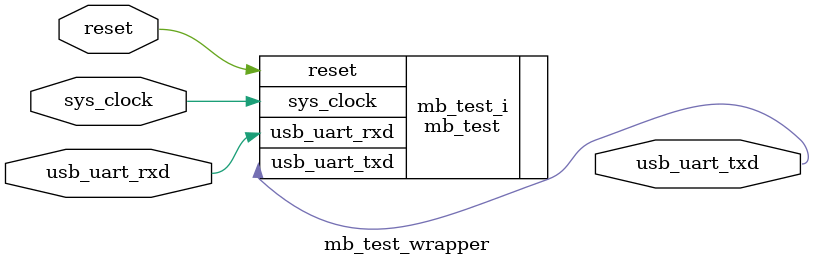
<source format=v>
`timescale 1 ps / 1 ps

module mb_test_wrapper
   (reset,
    sys_clock,
    usb_uart_rxd,
    usb_uart_txd);
  input reset;
  input sys_clock;
  input usb_uart_rxd;
  output usb_uart_txd;

  wire reset;
  wire sys_clock;
  wire usb_uart_rxd;
  wire usb_uart_txd;

  mb_test mb_test_i
       (.reset(reset),
        .sys_clock(sys_clock),
        .usb_uart_rxd(usb_uart_rxd),
        .usb_uart_txd(usb_uart_txd));
endmodule

</source>
